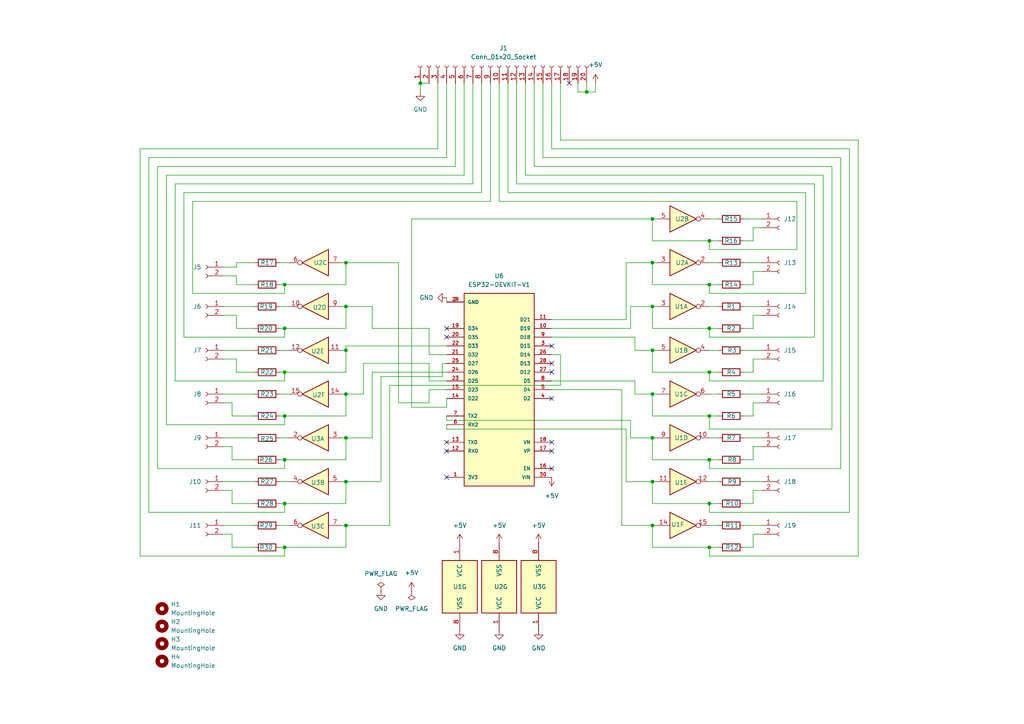
<source format=kicad_sch>
(kicad_sch (version 20231120) (generator "eeschema") (generator_version "8.0")
  (paper "A4")
  (lib_symbols
    (symbol "4xxx:4049" (pin_names (offset 1.016))
      (property "Reference" "U" (at 0 1.27 0))
      (property "Value" "4049" (at 0 -1.27 0))
      (symbol "4049_1_0"
        (pin output inverted (at 7.62 0 180) (length 3.81) (name "~") (number "2"))
        (pin input line (at -7.62 0 0) (length 3.81) (name "~") (number "3"))
      )
      (symbol "4049_2_0"
        (pin output inverted (at 7.62 0 180) (length 3.81) (name "~") (number "4"))
        (pin input line (at -7.62 0 0) (length 3.81) (name "~") (number "5"))
      )
      (symbol "4049_3_0"
        (pin output inverted (at 7.62 0 180) (length 3.81) (name "~") (number "6"))
        (pin input line (at -7.62 0 0) (length 3.81) (name "~") (number "7"))
      )
      (symbol "4049_4_0"
        (pin output inverted (at 7.62 0 180) (length 3.81) (name "~") (number "10"))
        (pin input line (at -7.62 0 0) (length 3.81) (name "~") (number "9"))
      )
      (symbol "4049_5_0"
        (pin input line (at -7.62 0 0) (length 3.81) (name "~") (number "11"))
        (pin output inverted (at 7.62 0 180) (length 3.81) (name "~") (number "12"))
      )
      (symbol "4049_6_0"
        (pin input line (at -7.62 0 0) (length 3.81) (name "~") (number "14"))
        (pin output inverted (at 7.62 0 180) (length 3.81) (name "~") (number "15"))
      )
      (symbol "4049_7_0"
        (pin power_in line (at 0 12.7 270) (length 5.08) (name "VCC") (number "1"))
        (pin power_in line (at 0 -12.7 90) (length 5.08) (name "VSS") (number "8"))
      )
    )
    (symbol "Connector:Conn_01x02_Socket" (pin_names (offset 1.016) hide)
      (property "Reference" "J" (at 0 2.54 0))
      (property "Value" "Conn_01x02_Socket" (at 0 -5.08 0))
      (symbol "Conn_01x02_Socket_1_1"
        (pin passive line (at -5.08 0 0) (length 3.81) (name "Pin_1") (number "1"))
        (pin passive line (at -5.08 -2.54 0) (length 3.81) (name "Pin_2") (number "2"))
      )
    )
    (symbol "Connector:Conn_01x20_Socket" (pin_names (offset 1.016) hide)
      (property "Reference" "J" (at 0 25.4 0))
      (property "Value" "Conn_01x20_Socket" (at 0 -27.94 0))
      (symbol "Conn_01x20_Socket_1_1"
        (pin passive line (at -5.08 22.86 0) (length 3.81) (name "Pin_1") (number "1"))
        (pin passive line (at -5.08 0 0) (length 3.81) (name "Pin_10") (number "10"))
        (pin passive line (at -5.08 -2.54 0) (length 3.81) (name "Pin_11") (number "11"))
        (pin passive line (at -5.08 -5.08 0) (length 3.81) (name "Pin_12") (number "12"))
        (pin passive line (at -5.08 -7.62 0) (length 3.81) (name "Pin_13") (number "13"))
        (pin passive line (at -5.08 -10.16 0) (length 3.81) (name "Pin_14") (number "14"))
        (pin passive line (at -5.08 -12.7 0) (length 3.81) (name "Pin_15") (number "15"))
        (pin passive line (at -5.08 -15.24 0) (length 3.81) (name "Pin_16") (number "16"))
        (pin passive line (at -5.08 -17.78 0) (length 3.81) (name "Pin_17") (number "17"))
        (pin passive line (at -5.08 -20.32 0) (length 3.81) (name "Pin_18") (number "18"))
        (pin passive line (at -5.08 -22.86 0) (length 3.81) (name "Pin_19") (number "19"))
        (pin passive line (at -5.08 20.32 0) (length 3.81) (name "Pin_2") (number "2"))
        (pin passive line (at -5.08 -25.4 0) (length 3.81) (name "Pin_20") (number "20"))
        (pin passive line (at -5.08 17.78 0) (length 3.81) (name "Pin_3") (number "3"))
        (pin passive line (at -5.08 15.24 0) (length 3.81) (name "Pin_4") (number "4"))
        (pin passive line (at -5.08 12.7 0) (length 3.81) (name "Pin_5") (number "5"))
        (pin passive line (at -5.08 10.16 0) (length 3.81) (name "Pin_6") (number "6"))
        (pin passive line (at -5.08 7.62 0) (length 3.81) (name "Pin_7") (number "7"))
        (pin passive line (at -5.08 5.08 0) (length 3.81) (name "Pin_8") (number "8"))
        (pin passive line (at -5.08 2.54 0) (length 3.81) (name "Pin_9") (number "9"))
      )
    )
    (symbol "Device:R" (pin_numbers hide) (pin_names (offset 0))
      (property "Reference" "R" (at 2.032 0 90))
      (property "Value" "R" (at 0 0 90))
      (symbol "R_1_1"
        (pin passive line (at 0 3.81 270) (length 1.27) (name "~") (number "1"))
        (pin passive line (at 0 -3.81 90) (length 1.27) (name "~") (number "2"))
      )
    )
    (symbol "ESP32-DEVKIT-V1:ESP32-DEVKIT-V1" (pin_names (offset 1.016))
      (property "Reference" "U" (at -10.16 30.48 0))
      (property "Value" "ESP32-DEVKIT-V1" (at -10.16 -30.48 0))
      (symbol "ESP32-DEVKIT-V1_0_0"
        (pin output line (at 15.24 25.4 180) (length 5.08) (name "3V3") (number "1"))
        (pin bidirectional line (at -15.24 -17.78 0) (length 5.08) (name "D19") (number "10"))
        (pin bidirectional line (at -15.24 -20.32 0) (length 5.08) (name "D21") (number "11"))
        (pin input line (at 15.24 17.78 180) (length 5.08) (name "RX0") (number "12"))
        (pin output line (at 15.24 15.24 180) (length 5.08) (name "TX0") (number "13"))
        (pin bidirectional line (at 15.24 2.54 180) (length 5.08) (name "D22") (number "14"))
        (pin bidirectional line (at 15.24 0 180) (length 5.08) (name "D23") (number "15"))
        (pin input line (at -15.24 22.86 0) (length 5.08) (name "EN") (number "16"))
        (pin bidirectional line (at -15.24 17.78 0) (length 5.08) (name "VP") (number "17"))
        (pin bidirectional line (at -15.24 15.24 0) (length 5.08) (name "VN") (number "18"))
        (pin bidirectional line (at 15.24 -17.78 180) (length 5.08) (name "D34") (number "19"))
        (pin power_in line (at 15.24 -25.4 180) (length 5.08) (name "GND") (number "2"))
        (pin bidirectional line (at 15.24 -15.24 180) (length 5.08) (name "D35") (number "20"))
        (pin bidirectional line (at 15.24 -10.16 180) (length 5.08) (name "D32") (number "21"))
        (pin bidirectional line (at 15.24 -12.7 180) (length 5.08) (name "D33") (number "22"))
        (pin bidirectional line (at 15.24 -2.54 180) (length 5.08) (name "D25") (number "23"))
        (pin bidirectional line (at 15.24 -5.08 180) (length 5.08) (name "D26") (number "24"))
        (pin bidirectional line (at 15.24 -7.62 180) (length 5.08) (name "D27") (number "25"))
        (pin bidirectional line (at -15.24 -10.16 0) (length 5.08) (name "D14") (number "26"))
        (pin bidirectional line (at -15.24 -5.08 0) (length 5.08) (name "D12") (number "27"))
        (pin bidirectional line (at -15.24 -7.62 0) (length 5.08) (name "D13") (number "28"))
        (pin power_in line (at 15.24 -25.4 180) (length 5.08) (name "GND") (number "29"))
        (pin bidirectional line (at -15.24 -12.7 0) (length 5.08) (name "D15") (number "3"))
        (pin input line (at -15.24 25.4 0) (length 5.08) (name "VIN") (number "30"))
        (pin bidirectional line (at -15.24 2.54 0) (length 5.08) (name "D2") (number "4"))
        (pin bidirectional line (at -15.24 0 0) (length 5.08) (name "D4") (number "5"))
        (pin input line (at 15.24 10.16 180) (length 5.08) (name "RX2") (number "6"))
        (pin output line (at 15.24 7.62 180) (length 5.08) (name "TX2") (number "7"))
        (pin bidirectional line (at -15.24 -2.54 0) (length 5.08) (name "D5") (number "8"))
        (pin bidirectional line (at -15.24 -15.24 0) (length 5.08) (name "D18") (number "9"))
      )
    )
    (symbol "Mechanical:MountingHole" (pin_names (offset 1.016)) (exclude_from_sim yes) (in_bom no)
      (property "Reference" "H" (at 0 5.08 0))
      (property "Value" "MountingHole" (at 0 3.175 0))
    )
    (symbol "power:+5V" (power) (pin_numbers hide) (pin_names (offset 0) hide)
      (property "Value" "+5V" (at 0 3.556 0))
      (symbol "+5V_1_1"
        (pin power_in line (at 0 0 90) (length 0) (name "~") (number "1"))
      )
    )
    (symbol "power:GND" (power) (pin_numbers hide) (pin_names (offset 0) hide)
      (property "Value" "GND" (at 0 -3.81 0))
      (symbol "GND_1_1"
        (pin power_in line (at 0 0 270) (length 0) (name "~") (number "1"))
      )
    )
    (symbol "power:PWR_FLAG" (power) (pin_numbers hide) (pin_names (offset 0) hide)
      (property "Value" "PWR_FLAG" (at 0 3.81 0))
      (symbol "PWR_FLAG_0_0"
        (pin power_out line (at 0 0 90) (length 0) (name "~") (number "1"))
      )
    )
  )
  (junction (at 205.74 133.35))
  (junction (at 170.18 26.67))
  (junction (at 189.23 101.6))
  (junction (at 100.33 139.7))
  (junction (at 205.74 95.25))
  (junction (at 189.23 127))
  (junction (at 82.55 133.35))
  (junction (at 100.33 76.2))
  (junction (at 100.33 152.4))
  (junction (at 82.55 95.25))
  (junction (at 82.55 82.55))
  (junction (at 189.23 76.2))
  (junction (at 205.74 107.95))
  (junction (at 205.74 120.65))
  (junction (at 205.74 146.05))
  (junction (at 100.33 101.6))
  (junction (at 121.92 24.13))
  (junction (at 189.23 114.3))
  (junction (at 100.33 127))
  (junction (at 205.74 69.85))
  (junction (at 82.55 107.95))
  (junction (at 82.55 158.75))
  (junction (at 205.74 82.55))
  (junction (at 189.23 139.7))
  (junction (at 100.33 88.9))
  (junction (at 82.55 120.65))
  (junction (at 82.55 146.05))
  (junction (at 100.33 114.3))
  (junction (at 189.23 63.5))
  (junction (at 189.23 152.4))
  (junction (at 189.23 88.9))
  (junction (at 205.74 158.75))
  (no_connect (at 160.02 135.89))
  (no_connect (at 165.1 24.13))
  (no_connect (at 129.54 138.43))
  (no_connect (at 129.54 130.81))
  (no_connect (at 160.02 105.41))
  (no_connect (at 129.54 128.27))
  (no_connect (at 129.54 95.25))
  (no_connect (at 160.02 130.81))
  (no_connect (at 160.02 100.33))
  (no_connect (at 160.02 115.57))
  (no_connect (at 129.54 97.79))
  (no_connect (at 160.02 128.27))
  (no_connect (at 160.02 107.95))
  (wire (pts (xy 189.23 120.65) (xy 189.23 114.3)))
  (wire (pts (xy 81.28 133.35) (xy 82.55 133.35)))
  (wire (pts (xy 215.9 139.7) (xy 220.98 139.7)))
  (wire (pts (xy 246.38 43.18) (xy 160.02 43.18)))
  (wire (pts (xy 182.88 88.9) (xy 189.23 88.9)))
  (wire (pts (xy 160.02 97.79) (xy 184.15 97.79)))
  (wire (pts (xy 81.28 88.9) (xy 83.82 88.9)))
  (wire (pts (xy 189.23 139.7) (xy 190.5 139.7)))
  (wire (pts (xy 233.68 55.88) (xy 233.68 85.09)))
  (wire (pts (xy 107.95 95.25) (xy 124.46 95.25)))
  (wire (pts (xy 189.23 69.85) (xy 189.23 63.5)))
  (wire (pts (xy 189.23 114.3) (xy 190.5 114.3)))
  (wire (pts (xy 205.74 63.5) (xy 208.28 63.5)))
  (wire (pts (xy 127 24.13) (xy 127 43.18)))
  (wire (pts (xy 218.44 107.95) (xy 215.9 107.95)))
  (wire (pts (xy 45.72 135.89) (xy 82.55 135.89)))
  (wire (pts (xy 129.54 123.19) (xy 129.54 124.46)))
  (wire (pts (xy 238.76 50.8) (xy 238.76 110.49)))
  (wire (pts (xy 215.9 82.55) (xy 218.44 82.55)))
  (wire (pts (xy 218.44 154.94) (xy 220.98 154.94)))
  (wire (pts (xy 205.74 148.59) (xy 205.74 146.05)))
  (wire (pts (xy 208.28 107.95) (xy 205.74 107.95)))
  (wire (pts (xy 64.77 152.4) (xy 73.66 152.4)))
  (wire (pts (xy 241.3 124.46) (xy 205.74 124.46)))
  (wire (pts (xy 189.23 82.55) (xy 189.23 76.2)))
  (wire (pts (xy 205.74 133.35) (xy 189.23 133.35)))
  (wire (pts (xy 48.26 50.8) (xy 48.26 123.19)))
  (wire (pts (xy 50.8 110.49) (xy 82.55 110.49)))
  (wire (pts (xy 241.3 48.26) (xy 241.3 124.46)))
  (wire (pts (xy 205.74 139.7) (xy 208.28 139.7)))
  (wire (pts (xy 205.74 152.4) (xy 208.28 152.4)))
  (wire (pts (xy 124.46 110.49) (xy 129.54 110.49)))
  (wire (pts (xy 68.58 77.47) (xy 68.58 76.2)))
  (wire (pts (xy 129.54 124.46) (xy 181.61 124.46)))
  (wire (pts (xy 110.49 109.22) (xy 110.49 139.7)))
  (wire (pts (xy 205.74 127) (xy 208.28 127)))
  (wire (pts (xy 82.55 85.09) (xy 82.55 82.55)))
  (wire (pts (xy 100.33 152.4) (xy 113.03 152.4)))
  (wire (pts (xy 68.58 91.44) (xy 68.58 95.25)))
  (wire (pts (xy 182.88 121.92) (xy 182.88 127)))
  (wire (pts (xy 81.28 101.6) (xy 83.82 101.6)))
  (wire (pts (xy 110.49 139.7) (xy 100.33 139.7)))
  (wire (pts (xy 218.44 158.75) (xy 218.44 154.94)))
  (wire (pts (xy 43.18 45.72) (xy 129.54 45.72)))
  (wire (pts (xy 82.55 95.25) (xy 100.33 95.25)))
  (wire (pts (xy 215.9 127) (xy 220.98 127)))
  (wire (pts (xy 134.62 24.13) (xy 134.62 50.8)))
  (wire (pts (xy 82.55 161.29) (xy 82.55 158.75)))
  (wire (pts (xy 64.77 142.24) (xy 67.31 142.24)))
  (wire (pts (xy 119.38 118.11) (xy 129.54 118.11)))
  (wire (pts (xy 144.78 58.42) (xy 144.78 24.13)))
  (wire (pts (xy 82.55 133.35) (xy 100.33 133.35)))
  (wire (pts (xy 55.88 85.09) (xy 82.55 85.09)))
  (wire (pts (xy 115.57 116.84) (xy 115.57 76.2)))
  (wire (pts (xy 147.32 55.88) (xy 233.68 55.88)))
  (wire (pts (xy 64.77 127) (xy 73.66 127)))
  (wire (pts (xy 215.9 133.35) (xy 218.44 133.35)))
  (wire (pts (xy 154.94 48.26) (xy 241.3 48.26)))
  (wire (pts (xy 184.15 114.3) (xy 189.23 114.3)))
  (wire (pts (xy 205.74 158.75) (xy 189.23 158.75)))
  (wire (pts (xy 218.44 78.74) (xy 220.98 78.74)))
  (wire (pts (xy 157.48 24.13) (xy 157.48 45.72)))
  (wire (pts (xy 100.33 101.6) (xy 100.33 100.33)))
  (wire (pts (xy 144.78 58.42) (xy 231.14 58.42)))
  (wire (pts (xy 55.88 58.42) (xy 55.88 85.09)))
  (wire (pts (xy 99.06 139.7) (xy 100.33 139.7)))
  (wire (pts (xy 149.86 53.34) (xy 236.22 53.34)))
  (wire (pts (xy 189.23 127) (xy 189.23 133.35)))
  (wire (pts (xy 218.44 146.05) (xy 218.44 142.24)))
  (wire (pts (xy 205.74 72.39) (xy 205.74 69.85)))
  (wire (pts (xy 68.58 80.01) (xy 68.58 82.55)))
  (wire (pts (xy 215.9 146.05) (xy 218.44 146.05)))
  (wire (pts (xy 50.8 53.34) (xy 137.16 53.34)))
  (wire (pts (xy 181.61 139.7) (xy 189.23 139.7)))
  (wire (pts (xy 67.31 142.24) (xy 67.31 146.05)))
  (wire (pts (xy 142.24 24.13) (xy 142.24 58.42)))
  (wire (pts (xy 180.34 113.03) (xy 180.34 152.4)))
  (wire (pts (xy 107.95 127) (xy 100.33 127)))
  (wire (pts (xy 246.38 43.18) (xy 246.38 148.59)))
  (wire (pts (xy 128.27 105.41) (xy 129.54 105.41)))
  (wire (pts (xy 124.46 116.84) (xy 115.57 116.84)))
  (wire (pts (xy 73.66 120.65) (xy 67.31 120.65)))
  (wire (pts (xy 100.33 133.35) (xy 100.33 127)))
  (wire (pts (xy 205.74 76.2) (xy 208.28 76.2)))
  (wire (pts (xy 208.28 158.75) (xy 205.74 158.75)))
  (wire (pts (xy 205.74 85.09) (xy 205.74 82.55)))
  (wire (pts (xy 181.61 76.2) (xy 181.61 92.71)))
  (wire (pts (xy 218.44 104.14) (xy 218.44 107.95)))
  (wire (pts (xy 67.31 158.75) (xy 67.31 154.94)))
  (wire (pts (xy 68.58 95.25) (xy 73.66 95.25)))
  (wire (pts (xy 119.38 63.5) (xy 189.23 63.5)))
  (wire (pts (xy 215.9 114.3) (xy 220.98 114.3)))
  (wire (pts (xy 50.8 53.34) (xy 50.8 110.49)))
  (wire (pts (xy 132.08 24.13) (xy 132.08 48.26)))
  (wire (pts (xy 124.46 95.25) (xy 124.46 102.87)))
  (wire (pts (xy 128.27 109.22) (xy 128.27 105.41)))
  (wire (pts (xy 162.56 24.13) (xy 162.56 40.64)))
  (wire (pts (xy 215.9 69.85) (xy 218.44 69.85)))
  (wire (pts (xy 64.77 129.54) (xy 67.31 129.54)))
  (wire (pts (xy 152.4 50.8) (xy 238.76 50.8)))
  (wire (pts (xy 215.9 158.75) (xy 218.44 158.75)))
  (wire (pts (xy 107.95 95.25) (xy 107.95 88.9)))
  (wire (pts (xy 139.7 24.13) (xy 139.7 55.88)))
  (wire (pts (xy 100.33 146.05) (xy 100.33 139.7)))
  (wire (pts (xy 180.34 152.4) (xy 189.23 152.4)))
  (wire (pts (xy 81.28 76.2) (xy 83.82 76.2)))
  (wire (pts (xy 110.49 109.22) (xy 128.27 109.22)))
  (wire (pts (xy 99.06 88.9) (xy 100.33 88.9)))
  (wire (pts (xy 99.06 127) (xy 100.33 127)))
  (wire (pts (xy 68.58 76.2) (xy 73.66 76.2)))
  (wire (pts (xy 215.9 101.6) (xy 220.98 101.6)))
  (wire (pts (xy 100.33 107.95) (xy 100.33 101.6)))
  (wire (pts (xy 67.31 133.35) (xy 73.66 133.35)))
  (wire (pts (xy 81.28 95.25) (xy 82.55 95.25)))
  (wire (pts (xy 81.28 120.65) (xy 82.55 120.65)))
  (wire (pts (xy 73.66 158.75) (xy 67.31 158.75)))
  (wire (pts (xy 64.77 139.7) (xy 73.66 139.7)))
  (wire (pts (xy 147.32 24.13) (xy 147.32 55.88)))
  (wire (pts (xy 243.84 135.89) (xy 205.74 135.89)))
  (wire (pts (xy 205.74 95.25) (xy 189.23 95.25)))
  (wire (pts (xy 55.88 58.42) (xy 142.24 58.42)))
  (wire (pts (xy 81.28 139.7) (xy 83.82 139.7)))
  (wire (pts (xy 64.77 77.47) (xy 68.58 77.47)))
  (wire (pts (xy 205.74 69.85) (xy 189.23 69.85)))
  (wire (pts (xy 82.55 107.95) (xy 100.33 107.95)))
  (wire (pts (xy 248.92 161.29) (xy 205.74 161.29)))
  (wire (pts (xy 248.92 40.64) (xy 162.56 40.64)))
  (wire (pts (xy 82.55 123.19) (xy 82.55 120.65)))
  (wire (pts (xy 238.76 110.49) (xy 205.74 110.49)))
  (wire (pts (xy 220.98 104.14) (xy 218.44 104.14)))
  (wire (pts (xy 218.44 66.04) (xy 220.98 66.04)))
  (wire (pts (xy 40.64 161.29) (xy 82.55 161.29)))
  (wire (pts (xy 100.33 158.75) (xy 100.33 152.4)))
  (wire (pts (xy 45.72 48.26) (xy 45.72 135.89)))
  (wire (pts (xy 149.86 24.13) (xy 149.86 53.34)))
  (wire (pts (xy 170.18 24.13) (xy 170.18 26.67)))
  (wire (pts (xy 82.55 158.75) (xy 100.33 158.75)))
  (wire (pts (xy 167.64 26.67) (xy 170.18 26.67)))
  (wire (pts (xy 181.61 124.46) (xy 181.61 139.7)))
  (wire (pts (xy 160.02 95.25) (xy 182.88 95.25)))
  (wire (pts (xy 107.95 107.95) (xy 129.54 107.95)))
  (wire (pts (xy 64.77 104.14) (xy 68.58 104.14)))
  (wire (pts (xy 218.44 116.84) (xy 220.98 116.84)))
  (wire (pts (xy 189.23 101.6) (xy 190.5 101.6)))
  (wire (pts (xy 64.77 88.9) (xy 73.66 88.9)))
  (wire (pts (xy 189.23 76.2) (xy 190.5 76.2)))
  (wire (pts (xy 124.46 113.03) (xy 124.46 116.84)))
  (wire (pts (xy 100.33 120.65) (xy 100.33 114.3)))
  (wire (pts (xy 64.77 91.44) (xy 68.58 91.44)))
  (wire (pts (xy 218.44 120.65) (xy 218.44 116.84)))
  (wire (pts (xy 189.23 88.9) (xy 190.5 88.9)))
  (wire (pts (xy 100.33 82.55) (xy 100.33 76.2)))
  (wire (pts (xy 182.88 127) (xy 189.23 127)))
  (wire (pts (xy 205.74 124.46) (xy 205.74 120.65)))
  (wire (pts (xy 160.02 24.13) (xy 160.02 43.18)))
  (wire (pts (xy 215.9 76.2) (xy 220.98 76.2)))
  (wire (pts (xy 81.28 158.75) (xy 82.55 158.75)))
  (wire (pts (xy 189.23 127) (xy 190.5 127)))
  (wire (pts (xy 218.44 142.24) (xy 220.98 142.24)))
  (wire (pts (xy 181.61 76.2) (xy 189.23 76.2)))
  (wire (pts (xy 121.92 24.13) (xy 121.92 26.67)))
  (wire (pts (xy 134.62 50.8) (xy 48.26 50.8)))
  (wire (pts (xy 208.28 95.25) (xy 205.74 95.25)))
  (wire (pts (xy 113.03 152.4) (xy 113.03 111.76)))
  (wire (pts (xy 99.06 152.4) (xy 100.33 152.4)))
  (wire (pts (xy 208.28 133.35) (xy 205.74 133.35)))
  (wire (pts (xy 100.33 100.33) (xy 129.54 100.33)))
  (wire (pts (xy 129.54 115.57) (xy 129.54 118.11)))
  (wire (pts (xy 64.77 101.6) (xy 73.66 101.6)))
  (wire (pts (xy 205.74 146.05) (xy 189.23 146.05)))
  (wire (pts (xy 67.31 129.54) (xy 67.31 133.35)))
  (wire (pts (xy 99.06 114.3) (xy 100.33 114.3)))
  (wire (pts (xy 160.02 113.03) (xy 180.34 113.03)))
  (wire (pts (xy 81.28 82.55) (xy 82.55 82.55)))
  (wire (pts (xy 121.92 24.13) (xy 124.46 24.13)))
  (wire (pts (xy 43.18 45.72) (xy 43.18 148.59)))
  (wire (pts (xy 124.46 102.87) (xy 129.54 102.87)))
  (wire (pts (xy 45.72 48.26) (xy 132.08 48.26)))
  (wire (pts (xy 236.22 53.34) (xy 236.22 97.79)))
  (wire (pts (xy 184.15 110.49) (xy 184.15 114.3)))
  (wire (pts (xy 189.23 158.75) (xy 189.23 152.4)))
  (wire (pts (xy 205.74 97.79) (xy 205.74 95.25)))
  (wire (pts (xy 137.16 24.13) (xy 137.16 53.34)))
  (wire (pts (xy 184.15 101.6) (xy 189.23 101.6)))
  (wire (pts (xy 160.02 92.71) (xy 181.61 92.71)))
  (wire (pts (xy 236.22 97.79) (xy 205.74 97.79)))
  (wire (pts (xy 248.92 40.64) (xy 248.92 161.29)))
  (wire (pts (xy 231.14 58.42) (xy 231.14 72.39)))
  (wire (pts (xy 105.41 105.41) (xy 105.41 114.3)))
  (wire (pts (xy 160.02 102.87) (xy 162.56 102.87)))
  (wire (pts (xy 107.95 88.9) (xy 100.33 88.9)))
  (wire (pts (xy 53.34 55.88) (xy 139.7 55.88)))
  (wire (pts (xy 129.54 87.63) (xy 129.54 86.36)))
  (wire (pts (xy 129.54 24.13) (xy 129.54 45.72)))
  (wire (pts (xy 157.48 45.72) (xy 243.84 45.72)))
  (wire (pts (xy 189.23 63.5) (xy 190.5 63.5)))
  (wire (pts (xy 81.28 152.4) (xy 83.82 152.4)))
  (wire (pts (xy 81.28 146.05) (xy 82.55 146.05)))
  (wire (pts (xy 243.84 45.72) (xy 243.84 135.89)))
  (wire (pts (xy 82.55 135.89) (xy 82.55 133.35)))
  (wire (pts (xy 81.28 127) (xy 83.82 127)))
  (wire (pts (xy 124.46 105.41) (xy 124.46 110.49)))
  (wire (pts (xy 67.31 146.05) (xy 73.66 146.05)))
  (wire (pts (xy 205.74 120.65) (xy 189.23 120.65)))
  (wire (pts (xy 167.64 24.13) (xy 167.64 26.67)))
  (wire (pts (xy 53.34 97.79) (xy 82.55 97.79)))
  (wire (pts (xy 205.74 110.49) (xy 205.74 107.95)))
  (wire (pts (xy 215.9 120.65) (xy 218.44 120.65)))
  (wire (pts (xy 182.88 88.9) (xy 182.88 95.25)))
  (wire (pts (xy 82.55 148.59) (xy 82.55 146.05)))
  (wire (pts (xy 107.95 107.95) (xy 107.95 127)))
  (wire (pts (xy 205.74 82.55) (xy 189.23 82.55)))
  (wire (pts (xy 170.18 26.67) (xy 172.72 26.67)))
  (wire (pts (xy 189.23 95.25) (xy 189.23 88.9)))
  (wire (pts (xy 68.58 82.55) (xy 73.66 82.55)))
  (wire (pts (xy 82.55 110.49) (xy 82.55 107.95)))
  (wire (pts (xy 208.28 146.05) (xy 205.74 146.05)))
  (wire (pts (xy 82.55 82.55) (xy 100.33 82.55)))
  (wire (pts (xy 154.94 24.13) (xy 154.94 48.26)))
  (wire (pts (xy 215.9 152.4) (xy 220.98 152.4)))
  (wire (pts (xy 53.34 55.88) (xy 53.34 97.79)))
  (wire (pts (xy 67.31 154.94) (xy 64.77 154.94)))
  (wire (pts (xy 105.41 105.41) (xy 124.46 105.41)))
  (wire (pts (xy 189.23 152.4) (xy 190.5 152.4)))
  (wire (pts (xy 82.55 120.65) (xy 100.33 120.65)))
  (wire (pts (xy 152.4 50.8) (xy 152.4 24.13)))
  (wire (pts (xy 218.44 91.44) (xy 220.98 91.44)))
  (wire (pts (xy 218.44 82.55) (xy 218.44 78.74)))
  (wire (pts (xy 205.74 101.6) (xy 208.28 101.6)))
  (wire (pts (xy 113.03 111.76) (xy 162.56 111.76)))
  (wire (pts (xy 82.55 146.05) (xy 100.33 146.05)))
  (wire (pts (xy 43.18 148.59) (xy 82.55 148.59)))
  (wire (pts (xy 100.33 76.2) (xy 115.57 76.2)))
  (wire (pts (xy 48.26 123.19) (xy 82.55 123.19)))
  (wire (pts (xy 233.68 85.09) (xy 205.74 85.09)))
  (wire (pts (xy 67.31 116.84) (xy 64.77 116.84)))
  (wire (pts (xy 64.77 114.3) (xy 73.66 114.3)))
  (wire (pts (xy 218.44 133.35) (xy 218.44 129.54)))
  (wire (pts (xy 205.74 107.95) (xy 189.23 107.95)))
  (wire (pts (xy 105.41 114.3) (xy 100.33 114.3)))
  (wire (pts (xy 208.28 120.65) (xy 205.74 120.65)))
  (wire (pts (xy 64.77 80.01) (xy 68.58 80.01)))
  (wire (pts (xy 218.44 69.85) (xy 218.44 66.04)))
  (wire (pts (xy 184.15 97.79) (xy 184.15 101.6)))
  (wire (pts (xy 129.54 113.03) (xy 124.46 113.03)))
  (wire (pts (xy 68.58 107.95) (xy 73.66 107.95)))
  (wire (pts (xy 189.23 146.05) (xy 189.23 139.7)))
  (wire (pts (xy 81.28 107.95) (xy 82.55 107.95)))
  (wire (pts (xy 208.28 82.55) (xy 205.74 82.55)))
  (wire (pts (xy 218.44 95.25) (xy 218.44 91.44)))
  (wire (pts (xy 82.55 97.79) (xy 82.55 95.25)))
  (wire (pts (xy 68.58 104.14) (xy 68.58 107.95)))
  (wire (pts (xy 205.74 114.3) (xy 208.28 114.3)))
  (wire (pts (xy 99.06 76.2) (xy 100.33 76.2)))
  (wire (pts (xy 160.02 110.49) (xy 184.15 110.49)))
  (wire (pts (xy 231.14 72.39) (xy 205.74 72.39)))
  (wire (pts (xy 189.23 107.95) (xy 189.23 101.6)))
  (wire (pts (xy 205.74 135.89) (xy 205.74 133.35)))
  (wire (pts (xy 215.9 95.25) (xy 218.44 95.25)))
  (wire (pts (xy 100.33 95.25) (xy 100.33 88.9)))
  (wire (pts (xy 81.28 114.3) (xy 83.82 114.3)))
  (wire (pts (xy 162.56 111.76) (xy 162.56 102.87)))
  (wire (pts (xy 119.38 118.11) (xy 119.38 63.5)))
  (wire (pts (xy 215.9 88.9) (xy 220.98 88.9)))
  (wire (pts (xy 208.28 69.85) (xy 205.74 69.85)))
  (wire (pts (xy 40.64 43.18) (xy 127 43.18)))
  (wire (pts (xy 99.06 101.6) (xy 100.33 101.6)))
  (wire (pts (xy 172.72 24.13) (xy 172.72 26.67)))
  (wire (pts (xy 129.54 121.92) (xy 182.88 121.92)))
  (wire (pts (xy 129.54 120.65) (xy 129.54 121.92)))
  (wire (pts (xy 40.64 43.18) (xy 40.64 161.29)))
  (wire (pts (xy 67.31 120.65) (xy 67.31 116.84)))
  (wire (pts (xy 215.9 63.5) (xy 220.98 63.5)))
  (wire (pts (xy 205.74 88.9) (xy 208.28 88.9)))
  (wire (pts (xy 205.74 161.29) (xy 205.74 158.75)))
  (wire (pts (xy 218.44 129.54) (xy 220.98 129.54)))
  (wire (pts (xy 246.38 148.59) (xy 205.74 148.59)))
  (symbol (lib_id "Device:R") (at 212.09 69.85 90) (unit 1)
    (property "Reference" "R16" (at 212.09 69.85 90))
    (property "Value" "R" (effects (hide yes)))
    (property "Footprint" "Addlibrary:R_Axial_DIN0411_L9.9mm_D3.6mm_P25.40mm_HorizontalLongPads" (effects (hide yes)))
    (property "Description" "Resistor" (effects (hide yes)))
  )
  (symbol (lib_id "Connector:Conn_01x02_Socket") (at 59.69 77.47 0) (mirror y) (unit 1)
    (property "Reference" "J5" (at 58.42 77.4699 0) (effects (justify left)))
    (property "Value" "Conn_01x02_Socket" (effects (hide yes)))
    (property "Footprint" "Addlibrary:PinHeader_1x02_P2.54mm_VerticalLongPads" (effects (hide yes)))
    (property "Description" "Generic connector, single row, 01x02, script generated" (effects (hide yes)))
  )
  (symbol (lib_id "4xxx:4049") (at 91.44 139.7 0) (mirror y) (unit 2)
    (property "Reference" "U3" (at 92.202 139.954 0))
    (property "Value" "4049" (effects (hide yes)))
    (property "Footprint" "Addlibrary:DIP-16_W7.62mm_Socket_LongPads" (effects (hide yes)))
    (property "Datasheet" "http://www.intersil.com/content/dam/intersil/documents/cd40/cd4049ubms.pdf" (effects (hide yes)))
    (property "Description" "Hex Buffer Inverter" (effects (hide yes)))
  )
  (symbol (lib_id "4xxx:4049") (at 198.12 127 0) (unit 4)
    (property "Reference" "U1" (at 197.612 127 0))
    (property "Value" "4049" (effects (hide yes)))
    (property "Footprint" "Addlibrary:DIP-16_W7.62mm_Socket_LongPads" (effects (hide yes)))
    (property "Datasheet" "http://www.intersil.com/content/dam/intersil/documents/cd40/cd4049ubms.pdf" (effects (hide yes)))
    (property "Description" "Hex Buffer Inverter" (effects (hide yes)))
  )
  (symbol (lib_id "4xxx:4049") (at 91.44 152.4 0) (mirror y) (unit 3)
    (property "Reference" "U3" (at 92.202 152.654 0))
    (property "Value" "4049" (effects (hide yes)))
    (property "Footprint" "Addlibrary:DIP-16_W7.62mm_Socket_LongPads" (effects (hide yes)))
    (property "Datasheet" "http://www.intersil.com/content/dam/intersil/documents/cd40/cd4049ubms.pdf" (effects (hide yes)))
    (property "Description" "Hex Buffer Inverter" (effects (hide yes)))
  )
  (symbol (lib_id "4xxx:4049") (at 91.44 127 0) (mirror y) (unit 1)
    (property "Reference" "U3" (at 92.202 127.254 0))
    (property "Value" "4049" (effects (hide yes)))
    (property "Footprint" "Addlibrary:DIP-16_W7.62mm_Socket_LongPads" (effects (hide yes)))
    (property "Datasheet" "http://www.intersil.com/content/dam/intersil/documents/cd40/cd4049ubms.pdf" (effects (hide yes)))
    (property "Description" "Hex Buffer Inverter" (effects (hide yes)))
  )
  (symbol (lib_id "4xxx:4049") (at 144.78 170.18 0) (mirror x) (unit 7)
    (property "Reference" "U2" (at 145.288 170.18 0))
    (property "Value" "4049" (effects (hide yes)))
    (property "Footprint" "Addlibrary:DIP-16_W7.62mm_Socket_LongPads" (effects (hide yes)))
    (property "Datasheet" "http://www.intersil.com/content/dam/intersil/documents/cd40/cd4049ubms.pdf" (effects (hide yes)))
    (property "Description" "Hex Buffer Inverter" (effects (hide yes)))
  )
  (symbol (lib_id "Device:R") (at 212.09 139.7 90) (unit 1)
    (property "Reference" "R9" (at 212.344 139.7 90))
    (property "Value" "R" (effects (hide yes)))
    (property "Footprint" "Addlibrary:R_Axial_DIN0411_L9.9mm_D3.6mm_P25.40mm_HorizontalLongPads" (effects (hide yes)))
    (property "Description" "Resistor" (effects (hide yes)))
  )
  (symbol (lib_id "Connector:Conn_01x02_Socket") (at 226.06 101.6 0) (unit 1)
    (property "Reference" "J15" (at 227.33 101.5999 0) (effects (justify left)))
    (property "Value" "Conn_01x02_Socket" (effects (hide yes)))
    (property "Footprint" "Addlibrary:PinHeader_1x02_P2.54mm_VerticalLongPads" (effects (hide yes)))
    (property "Description" "Generic connector, single row, 01x02, script generated" (effects (hide yes)))
  )
  (symbol (lib_id "Connector:Conn_01x02_Socket") (at 59.69 114.3 0) (mirror y) (unit 1)
    (property "Reference" "J8" (at 58.42 114.2999 0) (effects (justify left)))
    (property "Value" "Conn_01x02_Socket" (effects (hide yes)))
    (property "Footprint" "Addlibrary:PinHeader_1x02_P2.54mm_VerticalLongPads" (effects (hide yes)))
    (property "Description" "Generic connector, single row, 01x02, script generated" (effects (hide yes)))
  )
  (symbol (lib_id "Connector:Conn_01x02_Socket") (at 226.06 76.2 0) (unit 1)
    (property "Reference" "J13" (at 227.33 76.1999 0) (effects (justify left)))
    (property "Value" "Conn_01x02_Socket" (effects (hide yes)))
    (property "Footprint" "Addlibrary:PinHeader_1x02_P2.54mm_VerticalLongPads" (effects (hide yes)))
    (property "Description" "Generic connector, single row, 01x02, script generated" (effects (hide yes)))
  )
  (symbol (lib_id "Device:R") (at 212.09 82.55 90) (unit 1)
    (property "Reference" "R14" (at 212.09 82.55 90))
    (property "Value" "R" (effects (hide yes)))
    (property "Footprint" "Addlibrary:R_Axial_DIN0411_L9.9mm_D3.6mm_P25.40mm_HorizontalLongPads" (effects (hide yes)))
    (property "Description" "Resistor" (effects (hide yes)))
  )
  (symbol (lib_id "Device:R") (at 77.47 158.75 270) (mirror x) (unit 1)
    (property "Reference" "R30" (at 77.216 158.75 90))
    (property "Value" "R" (effects (hide yes)))
    (property "Footprint" "Addlibrary:R_Axial_DIN0411_L9.9mm_D3.6mm_P25.40mm_HorizontalLongPads" (effects (hide yes)))
    (property "Description" "Resistor" (effects (hide yes)))
  )
  (symbol (lib_id "Connector:Conn_01x20_Socket") (at 144.78 19.05 90) (unit 1)
    (property "Reference" "J1" (at 146.05 13.97 90))
    (property "Value" "Conn_01x20_Socket" (at 146.05 16.51 90))
    (property "Footprint" "Addlibrary:PinSocket_2x10_P2.54mm_VerticalLongPads" (effects (hide yes)))
    (property "Description" "Generic connector, single row, 01x20, script generated" (effects (hide yes)))
  )
  (symbol (lib_id "Mechanical:MountingHole") (at 46.99 191.77 0) (unit 1) (exclude_from_sim yes) (in_bom no)
    (property "Reference" "H4" (at 49.53 190.4999 0) (effects (justify left)))
    (property "Value" "MountingHole" (at 49.53 193.0399 0) (effects (justify left)))
    (property "Footprint" "MountingHole:MountingHole_3.2mm_M3" (effects (hide yes)))
    (property "Description" "Mounting Hole without connection" (effects (hide yes)))
  )
  (symbol (lib_id "Connector:Conn_01x02_Socket") (at 226.06 127 0) (unit 1)
    (property "Reference" "J17" (at 227.33 126.9999 0) (effects (justify left)))
    (property "Value" "Conn_01x02_Socket" (effects (hide yes)))
    (property "Footprint" "Addlibrary:PinHeader_1x02_P2.54mm_VerticalLongPads" (effects (hide yes)))
    (property "Description" "Generic connector, single row, 01x02, script generated" (effects (hide yes)))
  )
  (symbol (lib_id "Connector:Conn_01x02_Socket") (at 226.06 114.3 0) (unit 1)
    (property "Reference" "J16" (at 227.33 114.2999 0) (effects (justify left)))
    (property "Value" "Conn_01x02_Socket" (effects (hide yes)))
    (property "Footprint" "Addlibrary:PinHeader_1x02_P2.54mm_VerticalLongPads" (effects (hide yes)))
    (property "Description" "Generic connector, single row, 01x02, script generated" (effects (hide yes)))
  )
  (symbol (lib_id "power:GND") (at 110.49 171.45 0) (unit 1)
    (property "Reference" "#PWR014" (effects (hide yes)))
    (property "Value" "GND" (at 110.49 176.53 0))
    (property "Description" "Power symbol creates a global label with name \"GND\" , ground" (effects (hide yes)))
  )
  (symbol (lib_id "Device:R") (at 77.47 76.2 270) (mirror x) (unit 1)
    (property "Reference" "R17" (at 77.47 76.2 90))
    (property "Value" "R" (effects (hide yes)))
    (property "Footprint" "Addlibrary:R_Axial_DIN0411_L9.9mm_D3.6mm_P25.40mm_HorizontalLongPads" (effects (hide yes)))
    (property "Description" "Resistor" (effects (hide yes)))
  )
  (symbol (lib_id "4xxx:4049") (at 198.12 88.9 0) (unit 1)
    (property "Reference" "U1" (at 197.612 88.9 0))
    (property "Value" "4049" (effects (hide yes)))
    (property "Footprint" "Addlibrary:DIP-16_W7.62mm_Socket_LongPads" (effects (hide yes)))
    (property "Datasheet" "http://www.intersil.com/content/dam/intersil/documents/cd40/cd4049ubms.pdf" (effects (hide yes)))
    (property "Description" "Hex Buffer Inverter" (effects (hide yes)))
  )
  (symbol (lib_id "Device:R") (at 77.47 120.65 270) (mirror x) (unit 1)
    (property "Reference" "R24" (at 77.47 120.65 90))
    (property "Value" "R" (effects (hide yes)))
    (property "Footprint" "Addlibrary:R_Axial_DIN0411_L9.9mm_D3.6mm_P25.40mm_HorizontalLongPads" (effects (hide yes)))
    (property "Description" "Resistor" (effects (hide yes)))
  )
  (symbol (lib_id "power:+5V") (at 133.35 157.48 0) (unit 1)
    (property "Reference" "#PWR03" (effects (hide yes)))
    (property "Value" "+5V" (at 133.35 152.4 0))
    (property "Description" "Power symbol creates a global label with name \"+5V\"" (effects (hide yes)))
  )
  (symbol (lib_id "Device:R") (at 212.09 120.65 90) (unit 1)
    (property "Reference" "R6" (at 212.09 120.65 90))
    (property "Value" "R" (effects (hide yes)))
    (property "Footprint" "Addlibrary:R_Axial_DIN0411_L9.9mm_D3.6mm_P25.40mm_HorizontalLongPads" (effects (hide yes)))
    (property "Description" "Resistor" (effects (hide yes)))
  )
  (symbol (lib_id "Device:R") (at 212.09 152.4 90) (unit 1)
    (property "Reference" "R11" (at 212.344 152.4 90))
    (property "Value" "R" (effects (hide yes)))
    (property "Footprint" "Addlibrary:R_Axial_DIN0411_L9.9mm_D3.6mm_P25.40mm_HorizontalLongPads" (effects (hide yes)))
    (property "Description" "Resistor" (effects (hide yes)))
  )
  (symbol (lib_id "power:+5V") (at 119.38 171.45 0) (unit 1)
    (property "Reference" "#PWR015" (effects (hide yes)))
    (property "Value" "+5V" (at 121.412 166.116 0) (effects (justify right)))
    (property "Description" "Power symbol creates a global label with name \"+5V\"" (effects (hide yes)))
  )
  (symbol (lib_id "4xxx:4049") (at 156.21 170.18 0) (mirror x) (unit 7)
    (property "Reference" "U3" (at 156.464 170.18 0))
    (property "Value" "4049" (effects (hide yes)))
    (property "Footprint" "Addlibrary:DIP-16_W7.62mm_Socket_LongPads" (effects (hide yes)))
    (property "Datasheet" "http://www.intersil.com/content/dam/intersil/documents/cd40/cd4049ubms.pdf" (effects (hide yes)))
    (property "Description" "Hex Buffer Inverter" (effects (hide yes)))
  )
  (symbol (lib_id "4xxx:4049") (at 198.12 139.7 0) (unit 5)
    (property "Reference" "U1" (at 197.612 139.954 0))
    (property "Value" "4049" (effects (hide yes)))
    (property "Footprint" "Addlibrary:DIP-16_W7.62mm_Socket_LongPads" (effects (hide yes)))
    (property "Datasheet" "http://www.intersil.com/content/dam/intersil/documents/cd40/cd4049ubms.pdf" (effects (hide yes)))
    (property "Description" "Hex Buffer Inverter" (effects (hide yes)))
  )
  (symbol (lib_id "Connector:Conn_01x02_Socket") (at 59.69 152.4 0) (mirror y) (unit 1)
    (property "Reference" "J11" (at 58.42 152.3999 0) (effects (justify left)))
    (property "Value" "Conn_01x02_Socket" (effects (hide yes)))
    (property "Footprint" "Addlibrary:PinHeader_1x02_P2.54mm_VerticalLongPads" (effects (hide yes)))
    (property "Description" "Generic connector, single row, 01x02, script generated" (effects (hide yes)))
  )
  (symbol (lib_id "4xxx:4049") (at 198.12 101.6 0) (unit 2)
    (property "Reference" "U1" (at 197.612 101.6 0))
    (property "Value" "4049" (effects (hide yes)))
    (property "Footprint" "Addlibrary:DIP-16_W7.62mm_Socket_LongPads" (effects (hide yes)))
    (property "Datasheet" "http://www.intersil.com/content/dam/intersil/documents/cd40/cd4049ubms.pdf" (effects (hide yes)))
    (property "Description" "Hex Buffer Inverter" (effects (hide yes)))
  )
  (symbol (lib_id "Device:R") (at 212.09 95.25 90) (unit 1)
    (property "Reference" "R2" (at 212.09 95.25 90))
    (property "Value" "R" (effects (hide yes)))
    (property "Footprint" "Addlibrary:R_Axial_DIN0411_L9.9mm_D3.6mm_P25.40mm_HorizontalLongPads" (effects (hide yes)))
    (property "Description" "Resistor" (effects (hide yes)))
  )
  (symbol (lib_id "Device:R") (at 77.47 146.05 270) (mirror x) (unit 1)
    (property "Reference" "R28" (at 77.47 146.05 90))
    (property "Value" "R" (effects (hide yes)))
    (property "Footprint" "Addlibrary:R_Axial_DIN0411_L9.9mm_D3.6mm_P25.40mm_HorizontalLongPads" (effects (hide yes)))
    (property "Description" "Resistor" (effects (hide yes)))
  )
  (symbol (lib_id "Device:R") (at 212.09 114.3 90) (unit 1)
    (property "Reference" "R5" (at 212.09 114.3 90))
    (property "Value" "R" (effects (hide yes)))
    (property "Footprint" "Addlibrary:R_Axial_DIN0411_L9.9mm_D3.6mm_P25.40mm_HorizontalLongPads" (effects (hide yes)))
    (property "Description" "Resistor" (effects (hide yes)))
  )
  (symbol (lib_id "4xxx:4049") (at 198.12 76.2 0) (unit 1)
    (property "Reference" "U2" (at 197.866 76.2 0))
    (property "Value" "4049" (effects (hide yes)))
    (property "Footprint" "Addlibrary:DIP-16_W7.62mm_Socket_LongPads" (effects (hide yes)))
    (property "Datasheet" "http://www.intersil.com/content/dam/intersil/documents/cd40/cd4049ubms.pdf" (effects (hide yes)))
    (property "Description" "Hex Buffer Inverter" (effects (hide yes)))
  )
  (symbol (lib_id "Device:R") (at 212.09 133.35 90) (unit 1)
    (property "Reference" "R8" (at 212.344 133.35 90))
    (property "Value" "R" (effects (hide yes)))
    (property "Footprint" "Addlibrary:R_Axial_DIN0411_L9.9mm_D3.6mm_P25.40mm_HorizontalLongPads" (effects (hide yes)))
    (property "Description" "Resistor" (effects (hide yes)))
  )
  (symbol (lib_id "power:PWR_FLAG") (at 119.38 171.45 180) (unit 1)
    (property "Reference" "#FLG03" (effects (hide yes)))
    (property "Value" "PWR_FLAG" (at 119.38 176.53 0))
    (property "Description" "Special symbol for telling ERC where power comes from" (effects (hide yes)))
  )
  (symbol (lib_id "Device:R") (at 77.47 101.6 270) (mirror x) (unit 1)
    (property "Reference" "R21" (at 77.47 101.6 90))
    (property "Value" "R" (effects (hide yes)))
    (property "Footprint" "Addlibrary:R_Axial_DIN0411_L9.9mm_D3.6mm_P25.40mm_HorizontalLongPads" (effects (hide yes)))
    (property "Description" "Resistor" (effects (hide yes)))
  )
  (symbol (lib_id "Connector:Conn_01x02_Socket") (at 59.69 101.6 0) (mirror y) (unit 1)
    (property "Reference" "J7" (at 58.42 101.5999 0) (effects (justify left)))
    (property "Value" "Conn_01x02_Socket" (effects (hide yes)))
    (property "Footprint" "Addlibrary:PinHeader_1x02_P2.54mm_VerticalLongPads" (effects (hide yes)))
    (property "Description" "Generic connector, single row, 01x02, script generated" (effects (hide yes)))
  )
  (symbol (lib_id "Device:R") (at 77.47 82.55 270) (mirror x) (unit 1)
    (property "Reference" "R18" (at 77.47 82.55 90))
    (property "Value" "R" (effects (hide yes)))
    (property "Footprint" "Addlibrary:R_Axial_DIN0411_L9.9mm_D3.6mm_P25.40mm_HorizontalLongPads" (effects (hide yes)))
    (property "Description" "Resistor" (effects (hide yes)))
  )
  (symbol (lib_id "Device:R") (at 212.09 88.9 90) (unit 1)
    (property "Reference" "R1" (at 212.09 88.9 90))
    (property "Value" "R" (effects (hide yes)))
    (property "Footprint" "Addlibrary:R_Axial_DIN0411_L9.9mm_D3.6mm_P25.40mm_HorizontalLongPads" (effects (hide yes)))
    (property "Description" "Resistor" (effects (hide yes)))
  )
  (symbol (lib_id "Device:R") (at 212.09 101.6 90) (unit 1)
    (property "Reference" "R3" (at 212.344 101.6 90))
    (property "Value" "R" (effects (hide yes)))
    (property "Footprint" "Addlibrary:R_Axial_DIN0411_L9.9mm_D3.6mm_P25.40mm_HorizontalLongPads" (effects (hide yes)))
    (property "Description" "Resistor" (effects (hide yes)))
  )
  (symbol (lib_id "Device:R") (at 77.47 107.95 270) (mirror x) (unit 1)
    (property "Reference" "R22" (at 77.47 107.95 90))
    (property "Value" "R" (effects (hide yes)))
    (property "Footprint" "Addlibrary:R_Axial_DIN0411_L9.9mm_D3.6mm_P25.40mm_HorizontalLongPads" (effects (hide yes)))
    (property "Description" "Resistor" (effects (hide yes)))
  )
  (symbol (lib_id "Device:R") (at 77.47 127 270) (mirror x) (unit 1)
    (property "Reference" "R25" (at 77.47 127.254 90))
    (property "Value" "R" (effects (hide yes)))
    (property "Footprint" "Addlibrary:R_Axial_DIN0411_L9.9mm_D3.6mm_P25.40mm_HorizontalLongPads" (effects (hide yes)))
    (property "Description" "Resistor" (effects (hide yes)))
  )
  (symbol (lib_id "Mechanical:MountingHole") (at 46.99 186.69 0) (unit 1) (exclude_from_sim yes) (in_bom no)
    (property "Reference" "H3" (at 49.53 185.4199 0) (effects (justify left)))
    (property "Value" "MountingHole" (at 49.53 187.9599 0) (effects (justify left)))
    (property "Footprint" "MountingHole:MountingHole_3.2mm_M3" (effects (hide yes)))
    (property "Description" "Mounting Hole without connection" (effects (hide yes)))
  )
  (symbol (lib_id "power:GND") (at 121.92 26.67 0) (unit 1)
    (property "Reference" "#PWR06" (effects (hide yes)))
    (property "Value" "GND" (at 121.92 31.75 0))
    (property "Description" "Power symbol creates a global label with name \"GND\" , ground" (effects (hide yes)))
  )
  (symbol (lib_id "4xxx:4049") (at 198.12 63.5 0) (unit 2)
    (property "Reference" "U2" (at 197.866 63.5 0))
    (property "Value" "4049" (effects (hide yes)))
    (property "Footprint" "Addlibrary:DIP-16_W7.62mm_Socket_LongPads" (effects (hide yes)))
    (property "Datasheet" "http://www.intersil.com/content/dam/intersil/documents/cd40/cd4049ubms.pdf" (effects (hide yes)))
    (property "Description" "Hex Buffer Inverter" (effects (hide yes)))
  )
  (symbol (lib_id "4xxx:4049") (at 198.12 114.3 0) (unit 3)
    (property "Reference" "U1" (at 197.612 114.3 0))
    (property "Value" "4049" (effects (hide yes)))
    (property "Footprint" "Addlibrary:DIP-16_W7.62mm_Socket_LongPads" (effects (hide yes)))
    (property "Datasheet" "http://www.intersil.com/content/dam/intersil/documents/cd40/cd4049ubms.pdf" (effects (hide yes)))
    (property "Description" "Hex Buffer Inverter" (effects (hide yes)))
  )
  (symbol (lib_id "Connector:Conn_01x02_Socket") (at 59.69 127 0) (mirror y) (unit 1)
    (property "Reference" "J9" (at 58.42 126.9999 0) (effects (justify left)))
    (property "Value" "Conn_01x02_Socket" (effects (hide yes)))
    (property "Footprint" "Addlibrary:PinHeader_1x02_P2.54mm_VerticalLongPads" (effects (hide yes)))
    (property "Description" "Generic connector, single row, 01x02, script generated" (effects (hide yes)))
  )
  (symbol (lib_id "Connector:Conn_01x02_Socket") (at 226.06 88.9 0) (unit 1)
    (property "Reference" "J14" (at 227.33 88.8999 0) (effects (justify left)))
    (property "Value" "Conn_01x02_Socket" (effects (hide yes)))
    (property "Footprint" "Addlibrary:PinHeader_1x02_P2.54mm_VerticalLongPads" (effects (hide yes)))
    (property "Description" "Generic connector, single row, 01x02, script generated" (effects (hide yes)))
  )
  (symbol (lib_id "power:GND") (at 144.78 182.88 0) (unit 1)
    (property "Reference" "#PWR09" (effects (hide yes)))
    (property "Value" "GND" (at 144.78 187.96 0))
    (property "Description" "Power symbol creates a global label with name \"GND\" , ground" (effects (hide yes)))
  )
  (symbol (lib_id "power:+5V") (at 144.78 157.48 0) (unit 1)
    (property "Reference" "#PWR011" (effects (hide yes)))
    (property "Value" "+5V" (at 144.78 152.4 0))
    (property "Description" "Power symbol creates a global label with name \"+5V\"" (effects (hide yes)))
  )
  (symbol (lib_id "Device:R") (at 212.09 146.05 90) (unit 1)
    (property "Reference" "R10" (at 212.344 146.05 90))
    (property "Value" "R" (effects (hide yes)))
    (property "Footprint" "Addlibrary:R_Axial_DIN0411_L9.9mm_D3.6mm_P25.40mm_HorizontalLongPads" (effects (hide yes)))
    (property "Description" "Resistor" (effects (hide yes)))
  )
  (symbol (lib_id "Connector:Conn_01x02_Socket") (at 226.06 63.5 0) (unit 1)
    (property "Reference" "J12" (at 227.33 63.4999 0) (effects (justify left)))
    (property "Value" "Conn_01x02_Socket" (effects (hide yes)))
    (property "Footprint" "Addlibrary:PinHeader_1x02_P2.54mm_VerticalLongPads" (effects (hide yes)))
    (property "Description" "Generic connector, single row, 01x02, script generated" (effects (hide yes)))
  )
  (symbol (lib_id "Connector:Conn_01x02_Socket") (at 59.69 88.9 0) (mirror y) (unit 1)
    (property "Reference" "J6" (at 58.42 88.8999 0) (effects (justify left)))
    (property "Value" "Conn_01x02_Socket" (effects (hide yes)))
    (property "Footprint" "Addlibrary:PinHeader_1x02_P2.54mm_VerticalLongPads" (effects (hide yes)))
    (property "Description" "Generic connector, single row, 01x02, script generated" (effects (hide yes)))
  )
  (symbol (lib_id "Connector:Conn_01x02_Socket") (at 226.06 152.4 0) (unit 1)
    (property "Reference" "J19" (at 227.33 152.3999 0) (effects (justify left)))
    (property "Value" "Conn_01x02_Socket" (effects (hide yes)))
    (property "Footprint" "Addlibrary:PinHeader_1x02_P2.54mm_VerticalLongPads" (effects (hide yes)))
    (property "Description" "Generic connector, single row, 01x02, script generated" (effects (hide yes)))
  )
  (symbol (lib_id "Connector:Conn_01x02_Socket") (at 59.69 139.7 0) (mirror y) (unit 1)
    (property "Reference" "J10" (at 58.42 139.6999 0) (effects (justify left)))
    (property "Value" "Conn_01x02_Socket" (effects (hide yes)))
    (property "Footprint" "Addlibrary:PinHeader_1x02_P2.54mm_VerticalLongPads" (effects (hide yes)))
    (property "Description" "Generic connector, single row, 01x02, script generated" (effects (hide yes)))
  )
  (symbol (lib_id "Device:R") (at 212.09 107.95 90) (unit 1)
    (property "Reference" "R4" (at 212.09 107.95 90))
    (property "Value" "R" (effects (hide yes)))
    (property "Footprint" "Addlibrary:R_Axial_DIN0411_L9.9mm_D3.6mm_P25.40mm_HorizontalLongPads" (effects (hide yes)))
    (property "Description" "Resistor" (effects (hide yes)))
  )
  (symbol (lib_id "Mechanical:MountingHole") (at 46.99 181.61 0) (unit 1) (exclude_from_sim yes) (in_bom no)
    (property "Reference" "H2" (at 49.53 180.3399 0) (effects (justify left)))
    (property "Value" "MountingHole" (at 49.53 182.8799 0) (effects (justify left)))
    (property "Footprint" "MountingHole:MountingHole_3.2mm_M3" (effects (hide yes)))
    (property "Description" "Mounting Hole without connection" (effects (hide yes)))
  )
  (symbol (lib_id "Device:R") (at 212.09 127 90) (unit 1)
    (property "Reference" "R7" (at 212.09 127 90))
    (property "Value" "R" (effects (hide yes)))
    (property "Footprint" "Addlibrary:R_Axial_DIN0411_L9.9mm_D3.6mm_P25.40mm_HorizontalLongPads" (effects (hide yes)))
    (property "Description" "Resistor" (effects (hide yes)))
  )
  (symbol (lib_id "power:+5V") (at 156.21 157.48 0) (unit 1)
    (property "Reference" "#PWR012" (effects (hide yes)))
    (property "Value" "+5V" (at 156.21 152.4 0))
    (property "Description" "Power symbol creates a global label with name \"+5V\"" (effects (hide yes)))
  )
  (symbol (lib_id "4xxx:4049") (at 91.44 76.2 0) (mirror y) (unit 3)
    (property "Reference" "U2" (at 92.964 76.2 0))
    (property "Value" "4049" (effects (hide yes)))
    (property "Footprint" "Addlibrary:DIP-16_W7.62mm_Socket_LongPads" (effects (hide yes)))
    (property "Datasheet" "http://www.intersil.com/content/dam/intersil/documents/cd40/cd4049ubms.pdf" (effects (hide yes)))
    (property "Description" "Hex Buffer Inverter" (effects (hide yes)))
  )
  (symbol (lib_id "power:GND") (at 133.35 182.88 0) (unit 1)
    (property "Reference" "#PWR04" (effects (hide yes)))
    (property "Value" "GND" (at 133.35 187.96 0))
    (property "Description" "Power symbol creates a global label with name \"GND\" , ground" (effects (hide yes)))
  )
  (symbol (lib_id "power:GND") (at 156.21 182.88 0) (unit 1)
    (property "Reference" "#PWR010" (effects (hide yes)))
    (property "Value" "GND" (at 156.21 187.96 0))
    (property "Description" "Power symbol creates a global label with name \"GND\" , ground" (effects (hide yes)))
  )
  (symbol (lib_id "Device:R") (at 212.09 158.75 90) (unit 1)
    (property "Reference" "R12" (at 212.344 158.75 90))
    (property "Value" "R" (effects (hide yes)))
    (property "Footprint" "Addlibrary:R_Axial_DIN0411_L9.9mm_D3.6mm_P25.40mm_HorizontalLongPads" (effects (hide yes)))
    (property "Description" "Resistor" (effects (hide yes)))
  )
  (symbol (lib_id "Device:R") (at 77.47 152.4 270) (mirror x) (unit 1)
    (property "Reference" "R29" (at 77.216 152.4 90))
    (property "Value" "R" (effects (hide yes)))
    (property "Footprint" "Addlibrary:R_Axial_DIN0411_L9.9mm_D3.6mm_P25.40mm_HorizontalLongPads" (effects (hide yes)))
    (property "Description" "Resistor" (effects (hide yes)))
  )
  (symbol (lib_id "Device:R") (at 77.47 114.3 270) (mirror x) (unit 1)
    (property "Reference" "R23" (at 77.47 114.3 90))
    (property "Value" "R" (effects (hide yes)))
    (property "Footprint" "Addlibrary:R_Axial_DIN0411_L9.9mm_D3.6mm_P25.40mm_HorizontalLongPads" (effects (hide yes)))
    (property "Description" "Resistor" (effects (hide yes)))
  )
  (symbol (lib_id "4xxx:4049") (at 198.12 152.4 0) (unit 6)
    (property "Reference" "U1" (at 196.596 152.146 0))
    (property "Value" "4049" (effects (hide yes)))
    (property "Footprint" "Addlibrary:DIP-16_W7.62mm_Socket_LongPads" (effects (hide yes)))
    (property "Datasheet" "http://www.intersil.com/content/dam/intersil/documents/cd40/cd4049ubms.pdf" (effects (hide yes)))
    (property "Description" "Hex Buffer Inverter" (effects (hide yes)))
  )
  (symbol (lib_id "Device:R") (at 212.09 63.5 90) (unit 1)
    (property "Reference" "R15" (at 212.09 63.5 90))
    (property "Value" "R" (effects (hide yes)))
    (property "Footprint" "Addlibrary:R_Axial_DIN0411_L9.9mm_D3.6mm_P25.40mm_HorizontalLongPads" (effects (hide yes)))
    (property "Description" "Resistor" (effects (hide yes)))
  )
  (symbol (lib_id "4xxx:4049") (at 91.44 88.9 0) (mirror y) (unit 4)
    (property "Reference" "U2" (at 92.71 89.154 0))
    (property "Value" "4049" (effects (hide yes)))
    (property "Footprint" "Addlibrary:DIP-16_W7.62mm_Socket_LongPads" (effects (hide yes)))
    (property "Datasheet" "http://www.intersil.com/content/dam/intersil/documents/cd40/cd4049ubms.pdf" (effects (hide yes)))
    (property "Description" "Hex Buffer Inverter" (effects (hide yes)))
  )
  (symbol (lib_id "Device:R") (at 77.47 133.35 270) (mirror x) (unit 1)
    (property "Reference" "R26" (at 77.216 133.35 90))
    (property "Value" "R" (effects (hide yes)))
    (property "Footprint" "Addlibrary:R_Axial_DIN0411_L9.9mm_D3.6mm_P25.40mm_HorizontalLongPads" (effects (hide yes)))
    (property "Description" "Resistor" (effects (hide yes)))
  )
  (symbol (lib_id "Device:R") (at 77.47 139.7 270) (mirror x) (unit 1)
    (property "Reference" "R27" (at 77.47 139.7 90))
    (property "Value" "R" (effects (hide yes)))
    (property "Footprint" "Addlibrary:R_Axial_DIN0411_L9.9mm_D3.6mm_P25.40mm_HorizontalLongPads" (effects (hide yes)))
    (property "Description" "Resistor" (effects (hide yes)))
  )
  (symbol (lib_id "4xxx:4049") (at 133.35 170.18 0) (unit 7)
    (property "Reference" "U1" (at 135.382 170.18 0) (effects (justify right)))
    (property "Value" "4049" (effects (hide yes)))
    (property "Footprint" "Addlibrary:DIP-16_W7.62mm_Socket_LongPads" (effects (hide yes)))
    (property "Datasheet" "http://www.intersil.com/content/dam/intersil/documents/cd40/cd4049ubms.pdf" (effects (hide yes)))
    (property "Description" "Hex Buffer Inverter" (effects (hide yes)))
  )
  (symbol (lib_id "ESP32-DEVKIT-V1:ESP32-DEVKIT-V1") (at 144.78 113.03 180) (unit 1)
    (property "Reference" "U6" (at 144.78 80.01 0))
    (property "Value" "ESP32-DEVKIT-V1" (at 144.78 82.55 0))
    (property "Footprint" "Addlibrary:MODULE_ESP32_DEVKIT_V1LongPads" (effects (hide yes)))
    (property "MF" "Do it" (effects (hide yes)))
    (property "MAXIMUM_PACKAGE_HEIGHT" "6.8 mm" (effects (hide yes)))
    (property "Package" "None" (effects (hide yes)))
    (property "Price" "None" (effects (hide yes)))
    (property "Check_prices" "https://www.snapeda.com/parts/ESP32-DEVKIT-V1/Do+it/view-part/?ref=eda" (effects (hide yes)))
    (property "STANDARD" "Manufacturer Recommendations" (effects (hide yes)))
    (property "PARTREV" "N/A" (effects (hide yes)))
    (property "SnapEDA_Link" "https://www.snapeda.com/parts/ESP32-DEVKIT-V1/Do+it/view-part/?ref=snap" (effects (hide yes)))
    (property "MP" "ESP32-DEVKIT-V1" (effects (hide yes)))
    (property "Description_1" "\nDual core, Wi-Fi: 2.4 GHz up to 150 Mbits/s,BLE (Bluetooth Low Energy) and legacy Bluetooth, 32 bits, Up to 240 MHz\n" (effects (hide yes)))
    (property "Availability" "Not in stock" (effects (hide yes)))
    (property "MANUFACTURER" "DOIT" (effects (hide yes)))
  )
  (symbol (lib_id "power:+5V") (at 160.02 138.43 180) (unit 1)
    (property "Reference" "#PWR01" (effects (hide yes)))
    (property "Value" "+5V" (at 157.988 143.764 0) (effects (justify right)))
    (property "Description" "Power symbol creates a global label with name \"+5V\"" (effects (hide yes)))
  )
  (symbol (lib_id "4xxx:4049") (at 91.44 101.6 0) (mirror y) (unit 5)
    (property "Reference" "U2" (at 92.202 101.854 0))
    (property "Value" "4049" (effects (hide yes)))
    (property "Footprint" "Addlibrary:DIP-16_W7.62mm_Socket_LongPads" (effects (hide yes)))
    (property "Datasheet" "http://www.intersil.com/content/dam/intersil/documents/cd40/cd4049ubms.pdf" (effects (hide yes)))
    (property "Description" "Hex Buffer Inverter" (effects (hide yes)))
  )
  (symbol (lib_id "Connector:Conn_01x02_Socket") (at 226.06 139.7 0) (unit 1)
    (property "Reference" "J18" (at 227.33 139.6999 0) (effects (justify left)))
    (property "Value" "Conn_01x02_Socket" (effects (hide yes)))
    (property "Footprint" "Addlibrary:PinHeader_1x02_P2.54mm_VerticalLongPads" (effects (hide yes)))
    (property "Description" "Generic connector, single row, 01x02, script generated" (effects (hide yes)))
  )
  (symbol (lib_id "power:PWR_FLAG") (at 110.49 171.45 0) (unit 1)
    (property "Reference" "#FLG02" (effects (hide yes)))
    (property "Value" "PWR_FLAG" (at 110.49 166.37 0))
    (property "Description" "Special symbol for telling ERC where power comes from" (effects (hide yes)))
  )
  (symbol (lib_id "power:+5V") (at 172.72 24.13 0) (unit 1)
    (property "Reference" "#PWR05" (effects (hide yes)))
    (property "Value" "+5V" (at 174.752 18.796 0) (effects (justify right)))
    (property "Description" "Power symbol creates a global label with name \"+5V\"" (effects (hide yes)))
  )
  (symbol (lib_id "Device:R") (at 77.47 88.9 270) (mirror x) (unit 1)
    (property "Reference" "R19" (at 77.216 88.9 90))
    (property "Value" "R" (effects (hide yes)))
    (property "Footprint" "Addlibrary:R_Axial_DIN0411_L9.9mm_D3.6mm_P25.40mm_HorizontalLongPads" (effects (hide yes)))
    (property "Description" "Resistor" (effects (hide yes)))
  )
  (symbol (lib_id "Mechanical:MountingHole") (at 46.99 176.53 0) (unit 1) (exclude_from_sim yes) (in_bom no)
    (property "Reference" "H1" (at 49.53 175.2599 0) (effects (justify left)))
    (property "Value" "MountingHole" (at 49.53 177.7999 0) (effects (justify left)))
    (property "Footprint" "MountingHole:MountingHole_3.2mm_M3" (effects (hide yes)))
    (property "Description" "Mounting Hole without connection" (effects (hide yes)))
  )
  (symbol (lib_id "4xxx:4049") (at 91.44 114.3 0) (mirror y) (unit 6)
    (property "Reference" "U2" (at 92.456 114.554 0))
    (property "Value" "4049" (effects (hide yes)))
    (property "Footprint" "Addlibrary:DIP-16_W7.62mm_Socket_LongPads" (effects (hide yes)))
    (property "Datasheet" "http://www.intersil.com/content/dam/intersil/documents/cd40/cd4049ubms.pdf" (effects (hide yes)))
    (property "Description" "Hex Buffer Inverter" (effects (hide yes)))
  )
  (symbol (lib_id "Device:R") (at 212.09 76.2 90) (unit 1)
    (property "Reference" "R13" (at 212.09 76.2 90))
    (property "Value" "R" (effects (hide yes)))
    (property "Footprint" "Addlibrary:R_Axial_DIN0411_L9.9mm_D3.6mm_P25.40mm_HorizontalLongPads" (effects (hide yes)))
    (property "Description" "Resistor" (effects (hide yes)))
  )
  (symbol (lib_id "Device:R") (at 77.47 95.25 270) (mirror x) (unit 1)
    (property "Reference" "R20" (at 77.216 95.25 90))
    (property "Value" "R" (effects (hide yes)))
    (property "Footprint" "Addlibrary:R_Axial_DIN0411_L9.9mm_D3.6mm_P25.40mm_HorizontalLongPads" (effects (hide yes)))
    (property "Description" "Resistor" (effects (hide yes)))
  )
  (symbol (lib_id "power:GND") (at 129.54 86.36 270) (unit 1)
    (property "Reference" "#PWR02" (effects (hide yes)))
    (property "Value" "GND" (at 125.73 86.3599 90) (effects (justify right)))
    (property "Description" "Power symbol creates a global label with name \"GND\" , ground" (effects (hide yes)))
  )
)
</source>
